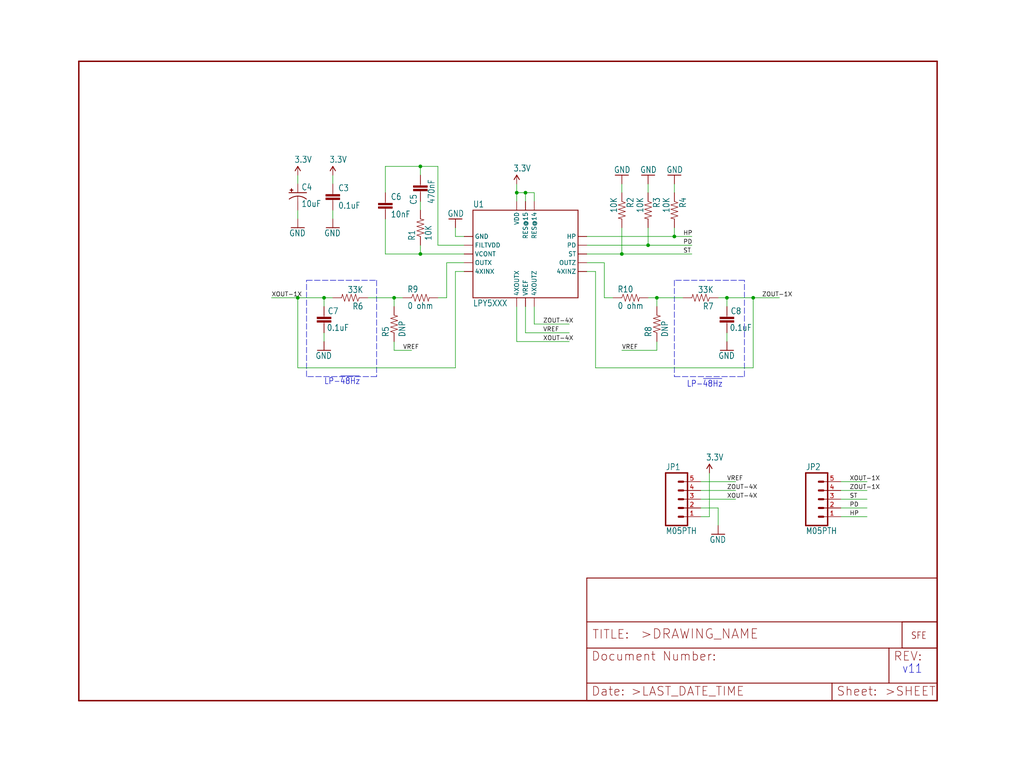
<source format=kicad_sch>
(kicad_sch (version 20211123) (generator eeschema)
  (paper "User" 297.002 223.926)
  (lib_symbols
    (symbol "eagleSchem-eagle-import:3.3V" (power)
      (property "Value" "3.3V" (at -1.016 3.556 0))
      (symbol "3.3V_1_0"
        (polyline (pts (xy 0 2.54) (xy -0.762 1.27)) (stroke (width 0.254)))
        (polyline (pts (xy 0.762 1.27) (xy 0 2.54)) (stroke (width 0.254)))
        (pin power_in line (at 0 0 90) (length 2.54) (name "3.3V") (number "1"))
      )
    )
    (symbol "eagleSchem-eagle-import:CAP0402-CAP"
      (property "Reference" "C" (at 1.524 2.921 0))
      (property "Value" "CAP0402-CAP" (at 1.524 -2.159 0))
      (symbol "CAP0402-CAP_1_0"
        (rectangle (start -2.032 0.508) (end 2.032 1.016) (fill (type outline)))
        (rectangle (start -2.032 1.524) (end 2.032 2.032) (fill (type outline)))
        (polyline (pts (xy 0 0) (xy 0 0.508)) (stroke (width 0.1524)))
        (polyline (pts (xy 0 2.54) (xy 0 2.032)) (stroke (width 0.1524)))
        (pin passive line (at 0 5.08 270) (length 2.54) (name "1") (number "1"))
        (pin passive line (at 0 -2.54 90) (length 2.54) (name "2") (number "2"))
      )
    )
    (symbol "eagleSchem-eagle-import:CAP_POL1206"
      (property "Reference" "C" (at 1.016 0.635 0))
      (property "Value" "CAP_POL1206" (at 1.016 -4.191 0))
      (symbol "CAP_POL1206_1_0"
        (rectangle (start -2.253 0.668) (end -1.364 0.795) (fill (type outline)))
        (rectangle (start -1.872 0.287) (end -1.745 1.176) (fill (type outline)))
        (arc (start 0 -1.0161) (mid -1.3021 -1.2302) (end -2.4669 -1.8504) (stroke (width 0.254)))
        (polyline (pts (xy -2.54 0) (xy 2.54 0)) (stroke (width 0.254)))
        (polyline (pts (xy 0 -1.016) (xy 0 -2.54)) (stroke (width 0.1524)))
        (arc (start 2.4892 -1.8542) (mid 1.3158 -1.2195) (end 0 -1) (stroke (width 0.254)))
        (pin passive line (at 0 2.54 270) (length 2.54) (name "+") (number "A"))
        (pin passive line (at 0 -5.08 90) (length 2.54) (name "-") (number "C"))
      )
    )
    (symbol "eagleSchem-eagle-import:FRAME-LETTER"
      (symbol "FRAME-LETTER_1_0"
        (polyline (pts (xy 0 0) (xy 248.92 0)) (stroke (width 0.4064)))
        (polyline (pts (xy 0 185.42) (xy 0 0)) (stroke (width 0.4064)))
        (polyline (pts (xy 0 185.42) (xy 248.92 185.42)) (stroke (width 0.4064)))
        (polyline (pts (xy 248.92 185.42) (xy 248.92 0)) (stroke (width 0.4064)))
      )
      (symbol "FRAME-LETTER_2_0"
        (polyline (pts (xy 0 0) (xy 0 5.08)) (stroke (width 0.254)))
        (polyline (pts (xy 0 0) (xy 71.12 0)) (stroke (width 0.254)))
        (polyline (pts (xy 0 5.08) (xy 0 15.24)) (stroke (width 0.254)))
        (polyline (pts (xy 0 5.08) (xy 71.12 5.08)) (stroke (width 0.254)))
        (polyline (pts (xy 0 15.24) (xy 0 22.86)) (stroke (width 0.254)))
        (polyline (pts (xy 0 22.86) (xy 0 35.56)) (stroke (width 0.254)))
        (polyline (pts (xy 0 22.86) (xy 101.6 22.86)) (stroke (width 0.254)))
        (polyline (pts (xy 71.12 0) (xy 101.6 0)) (stroke (width 0.254)))
        (polyline (pts (xy 71.12 5.08) (xy 71.12 0)) (stroke (width 0.254)))
        (polyline (pts (xy 71.12 5.08) (xy 87.63 5.08)) (stroke (width 0.254)))
        (polyline (pts (xy 87.63 5.08) (xy 101.6 5.08)) (stroke (width 0.254)))
        (polyline (pts (xy 87.63 15.24) (xy 0 15.24)) (stroke (width 0.254)))
        (polyline (pts (xy 87.63 15.24) (xy 87.63 5.08)) (stroke (width 0.254)))
        (polyline (pts (xy 101.6 5.08) (xy 101.6 0)) (stroke (width 0.254)))
        (polyline (pts (xy 101.6 15.24) (xy 87.63 15.24)) (stroke (width 0.254)))
        (polyline (pts (xy 101.6 15.24) (xy 101.6 5.08)) (stroke (width 0.254)))
        (polyline (pts (xy 101.6 22.86) (xy 101.6 15.24)) (stroke (width 0.254)))
        (polyline (pts (xy 101.6 35.56) (xy 0 35.56)) (stroke (width 0.254)))
        (polyline (pts (xy 101.6 35.56) (xy 101.6 22.86)) (stroke (width 0.254)))
        (text ">DRAWING_NAME" (at 15.494 17.78 0) (effects (font (size 2.7432 2.7432)) (justify left bottom)))
        (text ">LAST_DATE_TIME" (at 12.7 1.27 0) (effects (font (size 2.54 2.54)) (justify left bottom)))
        (text ">SHEET" (at 86.36 1.27 0) (effects (font (size 2.54 2.54)) (justify left bottom)))
        (text "Date:" (at 1.27 1.27 0) (effects (font (size 2.54 2.54)) (justify left bottom)))
        (text "Document Number:" (at 1.27 11.43 0) (effects (font (size 2.54 2.54)) (justify left bottom)))
        (text "REV:" (at 88.9 11.43 0) (effects (font (size 2.54 2.54)) (justify left bottom)))
        (text "Sheet:" (at 72.39 1.27 0) (effects (font (size 2.54 2.54)) (justify left bottom)))
        (text "TITLE:" (at 1.524 17.78 0) (effects (font (size 2.54 2.54)) (justify left bottom)))
      )
    )
    (symbol "eagleSchem-eagle-import:GND" (power)
      (property "Value" "GND" (at -2.54 -2.54 0))
      (symbol "GND_1_0"
        (polyline (pts (xy -1.905 0) (xy 1.905 0)) (stroke (width 0.254)))
        (pin power_in line (at 0 2.54 270) (length 2.54) (name "GND") (number "1"))
      )
    )
    (symbol "eagleSchem-eagle-import:LOGO-SFESK"
      (symbol "LOGO-SFESK_1_0"
        (polyline (pts (xy -2.54 -2.54) (xy 7.62 -2.54)) (stroke (width 0.254)))
        (polyline (pts (xy -2.54 5.08) (xy -2.54 -2.54)) (stroke (width 0.254)))
        (polyline (pts (xy 7.62 -2.54) (xy 7.62 5.08)) (stroke (width 0.254)))
        (polyline (pts (xy 7.62 5.08) (xy -2.54 5.08)) (stroke (width 0.254)))
        (text "SFE" (at 0 0 0) (effects (font (size 1.9304 1.6408)) (justify left bottom)))
      )
    )
    (symbol "eagleSchem-eagle-import:M05PTH"
      (property "Reference" "JP" (at -2.54 8.382 0))
      (property "Value" "M05PTH" (at -2.54 -10.16 0))
      (symbol "M05PTH_1_0"
        (polyline (pts (xy -2.54 7.62) (xy -2.54 -7.62)) (stroke (width 0.4064)))
        (polyline (pts (xy -2.54 7.62) (xy 3.81 7.62)) (stroke (width 0.4064)))
        (polyline (pts (xy 1.27 -5.08) (xy 2.54 -5.08)) (stroke (width 0.6096)))
        (polyline (pts (xy 1.27 -2.54) (xy 2.54 -2.54)) (stroke (width 0.6096)))
        (polyline (pts (xy 1.27 0) (xy 2.54 0)) (stroke (width 0.6096)))
        (polyline (pts (xy 1.27 2.54) (xy 2.54 2.54)) (stroke (width 0.6096)))
        (polyline (pts (xy 1.27 5.08) (xy 2.54 5.08)) (stroke (width 0.6096)))
        (polyline (pts (xy 3.81 -7.62) (xy -2.54 -7.62)) (stroke (width 0.4064)))
        (polyline (pts (xy 3.81 -7.62) (xy 3.81 7.62)) (stroke (width 0.4064)))
        (pin passive line (at 7.62 -5.08 180) (length 5.08) (name "1") (number "1"))
        (pin passive line (at 7.62 -2.54 180) (length 5.08) (name "2") (number "2"))
        (pin passive line (at 7.62 0 180) (length 5.08) (name "3") (number "3"))
        (pin passive line (at 7.62 2.54 180) (length 5.08) (name "4") (number "4"))
        (pin passive line (at 7.62 5.08 180) (length 5.08) (name "5") (number "5"))
      )
    )
    (symbol "eagleSchem-eagle-import:RESISTOR0402-RES"
      (property "Reference" "R" (at -3.81 1.4986 0))
      (property "Value" "RESISTOR0402-RES" (at -3.81 -3.302 0))
      (symbol "RESISTOR0402-RES_1_0"
        (polyline (pts (xy -2.54 0) (xy -2.159 1.016)) (stroke (width 0.1524)))
        (polyline (pts (xy -2.159 1.016) (xy -1.524 -1.016)) (stroke (width 0.1524)))
        (polyline (pts (xy -1.524 -1.016) (xy -0.889 1.016)) (stroke (width 0.1524)))
        (polyline (pts (xy -0.889 1.016) (xy -0.254 -1.016)) (stroke (width 0.1524)))
        (polyline (pts (xy -0.254 -1.016) (xy 0.381 1.016)) (stroke (width 0.1524)))
        (polyline (pts (xy 0.381 1.016) (xy 1.016 -1.016)) (stroke (width 0.1524)))
        (polyline (pts (xy 1.016 -1.016) (xy 1.651 1.016)) (stroke (width 0.1524)))
        (polyline (pts (xy 1.651 1.016) (xy 2.286 -1.016)) (stroke (width 0.1524)))
        (polyline (pts (xy 2.286 -1.016) (xy 2.54 0)) (stroke (width 0.1524)))
        (pin passive line (at -5.08 0 0) (length 2.54) (name "1") (number "1"))
        (pin passive line (at 5.08 0 180) (length 2.54) (name "2") (number "2"))
      )
    )
    (symbol "eagleSchem-eagle-import:ST-GYRO-PYSMD"
      (property "Value" "ST-GYRO-PYSMD" (at -15.24 -15.24 0))
      (symbol "ST-GYRO-PYSMD_1_0"
        (polyline (pts (xy -15.24 -12.7) (xy -15.24 12.7)) (stroke (width 0.254)))
        (polyline (pts (xy -15.24 12.7) (xy 15.24 12.7)) (stroke (width 0.254)))
        (polyline (pts (xy 15.24 -12.7) (xy -15.24 -12.7)) (stroke (width 0.254)))
        (polyline (pts (xy 15.24 12.7) (xy 15.24 -12.7)) (stroke (width 0.254)))
        (pin bidirectional line (at -17.78 5.08 0) (length 2.54) (name "GND") (number "1"))
        (pin bidirectional line (at 17.78 -2.54 180) (length 2.54) (name "OUTZ") (number "10"))
        (pin bidirectional line (at 17.78 0 180) (length 2.54) (name "ST") (number "11"))
        (pin bidirectional line (at 17.78 2.54 180) (length 2.54) (name "PD") (number "12"))
        (pin bidirectional line (at 17.78 5.08 180) (length 2.54) (name "HP") (number "13"))
        (pin bidirectional line (at 2.54 15.24 270) (length 2.54) (name "RES@14") (number "14"))
        (pin bidirectional line (at 0 15.24 270) (length 2.54) (name "RES@15") (number "15"))
        (pin bidirectional line (at -2.54 15.24 270) (length 2.54) (name "VDD") (number "16"))
        (pin bidirectional line (at -17.78 2.54 0) (length 2.54) (name "FILTVDD") (number "2"))
        (pin bidirectional line (at -17.78 0 0) (length 2.54) (name "VCONT") (number "3"))
        (pin bidirectional line (at -17.78 -2.54 0) (length 2.54) (name "OUTX") (number "4"))
        (pin bidirectional line (at -17.78 -5.08 0) (length 2.54) (name "4XINX") (number "5"))
        (pin bidirectional line (at -2.54 -15.24 90) (length 2.54) (name "4XOUTX") (number "6"))
        (pin bidirectional line (at 0 -15.24 90) (length 2.54) (name "VREF") (number "7"))
        (pin bidirectional line (at 2.54 -15.24 90) (length 2.54) (name "4XOUTZ") (number "8"))
        (pin bidirectional line (at 17.78 -5.08 180) (length 2.54) (name "4XINZ") (number "9"))
      )
    )
  )
  (junction (at 86.36 86.36))
  (junction (at 180.34 73.66))
  (junction (at 114.3 86.36))
  (junction (at 218.44 86.36))
  (junction (at 121.92 73.66))
  (junction (at 93.98 86.36))
  (junction (at 121.92 48.26))
  (junction (at 187.96 71.12))
  (junction (at 190.5 86.36))
  (junction (at 195.58 68.58))
  (junction (at 210.82 86.36))
  (junction (at 149.86 55.88))
  (junction (at 152.4 55.88))
  (wire (pts (xy 121.92 48.26) (xy 127 48.26)))
  (wire (pts (xy 203.2 147.32) (xy 208.28 147.32)))
  (wire (pts (xy 190.5 101.6) (xy 180.34 101.6)))
  (wire (pts (xy 218.44 106.68) (xy 218.44 86.36)))
  (polyline (pts (xy 109.22 81.28) (xy 109.22 109.22)))
  (wire (pts (xy 208.28 147.32) (xy 208.28 152.4)))
  (wire (pts (xy 93.98 86.36) (xy 93.98 88.9)))
  (wire (pts (xy 187.96 71.12) (xy 187.96 66.04)))
  (wire (pts (xy 210.82 86.36) (xy 218.44 86.36)))
  (wire (pts (xy 218.44 86.36) (xy 226.06 86.36)))
  (wire (pts (xy 134.62 78.74) (xy 132.08 78.74)))
  (wire (pts (xy 195.58 68.58) (xy 200.66 68.58)))
  (wire (pts (xy 187.96 71.12) (xy 200.66 71.12)))
  (wire (pts (xy 152.4 96.52) (xy 165.1 96.52)))
  (wire (pts (xy 127 71.12) (xy 127 48.26)))
  (wire (pts (xy 172.72 78.74) (xy 172.72 106.68)))
  (wire (pts (xy 180.34 53.34) (xy 180.34 55.88)))
  (wire (pts (xy 205.74 149.86) (xy 205.74 137.16)))
  (wire (pts (xy 111.76 55.88) (xy 111.76 48.26)))
  (wire (pts (xy 86.36 53.34) (xy 86.36 50.8)))
  (wire (pts (xy 149.86 53.34) (xy 149.86 55.88)))
  (wire (pts (xy 86.36 106.68) (xy 86.36 86.36)))
  (wire (pts (xy 121.92 73.66) (xy 111.76 73.66)))
  (wire (pts (xy 210.82 86.36) (xy 210.82 88.9)))
  (wire (pts (xy 243.84 147.32) (xy 251.46 147.32)))
  (wire (pts (xy 172.72 106.68) (xy 218.44 106.68)))
  (wire (pts (xy 243.84 142.24) (xy 251.46 142.24)))
  (wire (pts (xy 96.52 63.5) (xy 96.52 60.96)))
  (wire (pts (xy 116.84 86.36) (xy 114.3 86.36)))
  (wire (pts (xy 114.3 99.06) (xy 114.3 101.6)))
  (polyline (pts (xy 88.9 81.28) (xy 109.22 81.28)))
  (wire (pts (xy 111.76 48.26) (xy 121.92 48.26)))
  (wire (pts (xy 114.3 88.9) (xy 114.3 86.36)))
  (wire (pts (xy 180.34 73.66) (xy 200.66 73.66)))
  (wire (pts (xy 154.94 93.98) (xy 165.1 93.98)))
  (wire (pts (xy 154.94 55.88) (xy 152.4 55.88)))
  (wire (pts (xy 243.84 144.78) (xy 251.46 144.78)))
  (wire (pts (xy 243.84 149.86) (xy 251.46 149.86)))
  (wire (pts (xy 93.98 99.06) (xy 93.98 96.52)))
  (wire (pts (xy 170.18 71.12) (xy 187.96 71.12)))
  (wire (pts (xy 86.36 60.96) (xy 86.36 63.5)))
  (polyline (pts (xy 195.58 109.22) (xy 215.9 109.22)))
  (polyline (pts (xy 109.22 109.22) (xy 88.9 109.22)))
  (polyline (pts (xy 195.58 81.28) (xy 195.58 109.22)))
  (wire (pts (xy 154.94 58.42) (xy 154.94 55.88)))
  (wire (pts (xy 195.58 53.34) (xy 195.58 55.88)))
  (wire (pts (xy 187.96 86.36) (xy 190.5 86.36)))
  (wire (pts (xy 132.08 78.74) (xy 132.08 106.68)))
  (wire (pts (xy 132.08 106.68) (xy 86.36 106.68)))
  (wire (pts (xy 134.62 71.12) (xy 127 71.12)))
  (wire (pts (xy 96.52 50.8) (xy 96.52 53.34)))
  (wire (pts (xy 210.82 99.06) (xy 210.82 96.52)))
  (wire (pts (xy 175.26 76.2) (xy 175.26 86.36)))
  (wire (pts (xy 129.54 86.36) (xy 127 86.36)))
  (wire (pts (xy 203.2 144.78) (xy 213.36 144.78)))
  (wire (pts (xy 190.5 86.36) (xy 198.12 86.36)))
  (wire (pts (xy 152.4 88.9) (xy 152.4 96.52)))
  (wire (pts (xy 243.84 139.7) (xy 251.46 139.7)))
  (wire (pts (xy 111.76 63.5) (xy 111.76 73.66)))
  (wire (pts (xy 121.92 71.12) (xy 121.92 73.66)))
  (wire (pts (xy 129.54 76.2) (xy 129.54 86.36)))
  (wire (pts (xy 149.86 88.9) (xy 149.86 99.06)))
  (wire (pts (xy 121.92 50.8) (xy 121.92 48.26)))
  (wire (pts (xy 96.52 86.36) (xy 93.98 86.36)))
  (wire (pts (xy 152.4 58.42) (xy 152.4 55.88)))
  (polyline (pts (xy 88.9 109.22) (xy 88.9 81.28)))
  (wire (pts (xy 195.58 68.58) (xy 195.58 66.04)))
  (wire (pts (xy 134.62 68.58) (xy 132.08 68.58)))
  (wire (pts (xy 208.28 86.36) (xy 210.82 86.36)))
  (wire (pts (xy 114.3 101.6) (xy 119.38 101.6)))
  (wire (pts (xy 149.86 99.06) (xy 165.1 99.06)))
  (wire (pts (xy 114.3 86.36) (xy 106.68 86.36)))
  (wire (pts (xy 213.36 139.7) (xy 203.2 139.7)))
  (wire (pts (xy 132.08 68.58) (xy 132.08 66.04)))
  (wire (pts (xy 152.4 55.88) (xy 149.86 55.88)))
  (wire (pts (xy 187.96 53.34) (xy 187.96 55.88)))
  (wire (pts (xy 134.62 73.66) (xy 121.92 73.66)))
  (wire (pts (xy 190.5 99.06) (xy 190.5 101.6)))
  (wire (pts (xy 170.18 68.58) (xy 195.58 68.58)))
  (wire (pts (xy 154.94 88.9) (xy 154.94 93.98)))
  (wire (pts (xy 93.98 86.36) (xy 86.36 86.36)))
  (wire (pts (xy 170.18 73.66) (xy 180.34 73.66)))
  (wire (pts (xy 203.2 142.24) (xy 213.36 142.24)))
  (wire (pts (xy 134.62 76.2) (xy 129.54 76.2)))
  (wire (pts (xy 121.92 60.96) (xy 121.92 58.42)))
  (wire (pts (xy 180.34 73.66) (xy 180.34 66.04)))
  (wire (pts (xy 170.18 78.74) (xy 172.72 78.74)))
  (polyline (pts (xy 215.9 109.22) (xy 215.9 81.28)))
  (wire (pts (xy 86.36 86.36) (xy 78.74 86.36)))
  (wire (pts (xy 149.86 55.88) (xy 149.86 58.42)))
  (wire (pts (xy 175.26 86.36) (xy 177.8 86.36)))
  (polyline (pts (xy 215.9 81.28) (xy 195.58 81.28)))
  (wire (pts (xy 170.18 76.2) (xy 175.26 76.2)))
  (wire (pts (xy 203.2 149.86) (xy 205.74 149.86)))
  (wire (pts (xy 190.5 88.9) (xy 190.5 86.36)))
  (text "v11" (at 261.62 195.58 180) (effects (font (size 2.54 2.159)) (justify left bottom)))
  (text "LP-~{48Hz}" (at 93.98 111.76 180) (effects (font (size 1.778 1.5113)) (justify left bottom)))
  (text "LP-~{48Hz}" (at 199.136 112.522 180) (effects (font (size 1.778 1.5113)) (justify left bottom)))
  (label "XOUT-4X" (at 210.82 144.78 0) (effects (font (size 1.2446 1.2446))))
  (label "ZOUT-1X" (at 220.98 86.36 0) (effects (font (size 1.2446 1.2446))))
  (label "PD" (at 246.38 147.32 0) (effects (font (size 1.2446 1.2446))))
  (label "VREF" (at 157.48 96.52 0) (effects (font (size 1.2446 1.2446))))
  (label "PD" (at 198.12 71.12 0) (effects (font (size 1.2446 1.2446))))
  (label "HP" (at 198.12 68.58 0) (effects (font (size 1.2446 1.2446))))
  (label "ZOUT-4X" (at 210.82 142.24 0) (effects (font (size 1.2446 1.2446))))
  (label "XOUT-1X" (at 246.38 139.7 0) (effects (font (size 1.2446 1.2446))))
  (label "XOUT-1X" (at 78.74 86.36 0) (effects (font (size 1.2446 1.2446))))
  (label "ST" (at 198.12 73.66 0) (effects (font (size 1.2446 1.2446))))
  (label "VREF" (at 180.34 101.6 0) (effects (font (size 1.2446 1.2446))))
  (label "ZOUT-1X" (at 246.38 142.24 0) (effects (font (size 1.2446 1.2446))))
  (label "ZOUT-4X" (at 157.48 93.98 0) (effects (font (size 1.2446 1.2446))))
  (label "HP" (at 246.38 149.86 0) (effects (font (size 1.2446 1.2446))))
  (label "ST" (at 246.38 144.78 0) (effects (font (size 1.2446 1.2446))))
  (label "VREF" (at 116.84 101.6 0) (effects (font (size 1.2446 1.2446))))
  (label "XOUT-4X" (at 157.48 99.06 0) (effects (font (size 1.2446 1.2446))))
  (label "VREF" (at 210.82 139.7 0) (effects (font (size 1.2446 1.2446))))
  (symbol (lib_id "eagleSchem-eagle-import:GND") (at 208.28 154.94 0) (unit 1)
    (property "Reference" "#GND15" (effects hide))
    (property "Value" "GND" (at 205.74 157.48 0) (effects (font (size 1.778 1.5113)) (justify left bottom)))
    (property "Footprint" "eagleSchem:" (effects hide))
  )
  (symbol (lib_id "eagleSchem-eagle-import:ST-GYRO-PYSMD") (at 152.4 73.66 0) (unit 1)
    (property "Reference" "U1" (at 137.16 60.198 0) (effects (font (size 1.778 1.5113)) (justify left bottom)))
    (property "Value" "LPY5XXX" (at 137.16 88.9 0) (effects (font (size 1.778 1.5113)) (justify left bottom)))
    (property "Footprint" "eagleSchem:ST-GYRO" (effects hide))
  )
  (symbol (lib_id "eagleSchem-eagle-import:RESISTOR0402-RES") (at 114.3 93.98 90) (unit 1)
    (property "Reference" "R5" (at 112.8014 97.79 0) (effects (font (size 1.778 1.5113)) (justify left bottom)))
    (property "Value" "DNP" (at 117.602 97.79 0) (effects (font (size 1.778 1.5113)) (justify left bottom)))
    (property "Footprint" "eagleSchem:0402-RES" (effects hide))
  )
  (symbol (lib_id "eagleSchem-eagle-import:LOGO-SFESK") (at 264.16 185.42 0) (unit 1)
    (property "Reference" "U$1" (effects hide))
    (property "Value" "LOGO-SFESK" (effects hide))
    (property "Footprint" "eagleSchem:SFE-LOGO-FLAME" (effects hide))
  )
  (symbol (lib_id "eagleSchem-eagle-import:GND") (at 132.08 63.5 180) (unit 1)
    (property "Reference" "#GND1" (effects hide))
    (property "Value" "GND" (at 134.62 60.96 0) (effects (font (size 1.778 1.5113)) (justify left bottom)))
    (property "Footprint" "eagleSchem:" (effects hide))
  )
  (symbol (lib_id "eagleSchem-eagle-import:FRAME-LETTER") (at 22.86 203.2 0) (unit 1)
    (property "Reference" "#FRAME1" (effects hide))
    (property "Value" "FRAME-LETTER" (effects hide))
    (property "Footprint" "eagleSchem:" (effects hide))
  )
  (symbol (lib_id "eagleSchem-eagle-import:3.3V") (at 86.36 50.8 0) (unit 1)
    (property "Reference" "#P+4" (effects hide))
    (property "Value" "3.3V" (at 85.344 47.244 0) (effects (font (size 1.778 1.5113)) (justify left bottom)))
    (property "Footprint" "eagleSchem:" (effects hide))
  )
  (symbol (lib_id "eagleSchem-eagle-import:3.3V") (at 96.52 50.8 0) (unit 1)
    (property "Reference" "#P+3" (effects hide))
    (property "Value" "3.3V" (at 95.504 47.244 0) (effects (font (size 1.778 1.5113)) (justify left bottom)))
    (property "Footprint" "eagleSchem:" (effects hide))
  )
  (symbol (lib_id "eagleSchem-eagle-import:3.3V") (at 149.86 53.34 0) (unit 1)
    (property "Reference" "#P+1" (effects hide))
    (property "Value" "3.3V" (at 148.844 49.784 0) (effects (font (size 1.778 1.5113)) (justify left bottom)))
    (property "Footprint" "eagleSchem:" (effects hide))
  )
  (symbol (lib_id "eagleSchem-eagle-import:CAP0402-CAP") (at 96.52 58.42 0) (unit 1)
    (property "Reference" "C3" (at 98.044 55.499 0) (effects (font (size 1.778 1.5113)) (justify left bottom)))
    (property "Value" "0.1uF" (at 98.044 60.579 0) (effects (font (size 1.778 1.5113)) (justify left bottom)))
    (property "Footprint" "eagleSchem:0402-CAP" (effects hide))
  )
  (symbol (lib_id "eagleSchem-eagle-import:CAP0402-CAP") (at 210.82 91.44 180) (unit 1)
    (property "Reference" "C8" (at 211.836 91.186 0) (effects (font (size 1.778 1.5113)) (justify right top)))
    (property "Value" "0.1uF" (at 211.582 96.012 0) (effects (font (size 1.778 1.5113)) (justify right top)))
    (property "Footprint" "eagleSchem:0402-CAP" (effects hide))
  )
  (symbol (lib_id "eagleSchem-eagle-import:CAP0402-CAP") (at 121.92 55.88 0) (unit 1)
    (property "Reference" "C5" (at 120.904 59.436 90) (effects (font (size 1.778 1.5113)) (justify left bottom)))
    (property "Value" "470nF" (at 126.111 59.182 90) (effects (font (size 1.778 1.5113)) (justify left bottom)))
    (property "Footprint" "eagleSchem:0402-CAP" (effects hide))
  )
  (symbol (lib_id "eagleSchem-eagle-import:CAP_POL1206") (at 86.36 55.88 0) (unit 1)
    (property "Reference" "C4" (at 87.376 55.245 0) (effects (font (size 1.778 1.5113)) (justify left bottom)))
    (property "Value" "10uF" (at 87.376 60.071 0) (effects (font (size 1.778 1.5113)) (justify left bottom)))
    (property "Footprint" "eagleSchem:EIA3216" (effects hide))
  )
  (symbol (lib_id "eagleSchem-eagle-import:RESISTOR0402-RES") (at 187.96 60.96 270) (unit 1)
    (property "Reference" "R3" (at 189.4586 57.15 0) (effects (font (size 1.778 1.5113)) (justify left bottom)))
    (property "Value" "10K" (at 184.658 57.15 0) (effects (font (size 1.778 1.5113)) (justify left bottom)))
    (property "Footprint" "eagleSchem:0402-RES" (effects hide))
  )
  (symbol (lib_id "eagleSchem-eagle-import:GND") (at 187.96 50.8 180) (unit 1)
    (property "Reference" "#GND5" (effects hide))
    (property "Value" "GND" (at 190.5 48.26 0) (effects (font (size 1.778 1.5113)) (justify left bottom)))
    (property "Footprint" "eagleSchem:" (effects hide))
  )
  (symbol (lib_id "eagleSchem-eagle-import:RESISTOR0402-RES") (at 203.2 86.36 180) (unit 1)
    (property "Reference" "R7" (at 207.01 87.8586 0) (effects (font (size 1.778 1.5113)) (justify left bottom)))
    (property "Value" "33K" (at 207.01 83.058 0) (effects (font (size 1.778 1.5113)) (justify left bottom)))
    (property "Footprint" "eagleSchem:0402-RES" (effects hide))
  )
  (symbol (lib_id "eagleSchem-eagle-import:M05PTH") (at 195.58 144.78 0) (unit 1)
    (property "Reference" "JP1" (at 193.04 136.398 0) (effects (font (size 1.778 1.5113)) (justify left bottom)))
    (property "Value" "M05PTH" (at 193.04 154.94 0) (effects (font (size 1.778 1.5113)) (justify left bottom)))
    (property "Footprint" "eagleSchem:1X05" (effects hide))
  )
  (symbol (lib_id "eagleSchem-eagle-import:RESISTOR0402-RES") (at 101.6 86.36 180) (unit 1)
    (property "Reference" "R6" (at 105.41 87.8586 0) (effects (font (size 1.778 1.5113)) (justify left bottom)))
    (property "Value" "33K" (at 105.41 83.058 0) (effects (font (size 1.778 1.5113)) (justify left bottom)))
    (property "Footprint" "eagleSchem:0402-RES" (effects hide))
  )
  (symbol (lib_id "eagleSchem-eagle-import:GND") (at 93.98 101.6 0) (unit 1)
    (property "Reference" "#GND2" (effects hide))
    (property "Value" "GND" (at 91.44 104.14 0) (effects (font (size 1.778 1.5113)) (justify left bottom)))
    (property "Footprint" "eagleSchem:" (effects hide))
  )
  (symbol (lib_id "eagleSchem-eagle-import:CAP0402-CAP") (at 93.98 91.44 180) (unit 1)
    (property "Reference" "C7" (at 94.996 91.186 0) (effects (font (size 1.778 1.5113)) (justify right top)))
    (property "Value" "0.1uF" (at 94.742 96.012 0) (effects (font (size 1.778 1.5113)) (justify right top)))
    (property "Footprint" "eagleSchem:0402-CAP" (effects hide))
  )
  (symbol (lib_id "eagleSchem-eagle-import:FRAME-LETTER") (at 170.18 203.2 0) (unit 2)
    (property "Reference" "#FRAME1" (effects hide))
    (property "Value" "FRAME-LETTER" (effects hide))
    (property "Footprint" "eagleSchem:" (effects hide))
  )
  (symbol (lib_id "eagleSchem-eagle-import:M05PTH") (at 236.22 144.78 0) (unit 1)
    (property "Reference" "JP2" (at 233.68 136.398 0) (effects (font (size 1.778 1.5113)) (justify left bottom)))
    (property "Value" "M05PTH" (at 233.68 154.94 0) (effects (font (size 1.778 1.5113)) (justify left bottom)))
    (property "Footprint" "eagleSchem:1X05" (effects hide))
  )
  (symbol (lib_id "eagleSchem-eagle-import:GND") (at 195.58 50.8 180) (unit 1)
    (property "Reference" "#GND6" (effects hide))
    (property "Value" "GND" (at 198.12 48.26 0) (effects (font (size 1.778 1.5113)) (justify left bottom)))
    (property "Footprint" "eagleSchem:" (effects hide))
  )
  (symbol (lib_id "eagleSchem-eagle-import:RESISTOR0402-RES") (at 190.5 93.98 90) (unit 1)
    (property "Reference" "R8" (at 189.0014 97.79 0) (effects (font (size 1.778 1.5113)) (justify left bottom)))
    (property "Value" "DNP" (at 193.802 97.79 0) (effects (font (size 1.778 1.5113)) (justify left bottom)))
    (property "Footprint" "eagleSchem:0402-RES" (effects hide))
  )
  (symbol (lib_id "eagleSchem-eagle-import:GND") (at 86.36 66.04 0) (unit 1)
    (property "Reference" "#GND7" (effects hide))
    (property "Value" "GND" (at 83.82 68.58 0) (effects (font (size 1.778 1.5113)) (justify left bottom)))
    (property "Footprint" "eagleSchem:" (effects hide))
  )
  (symbol (lib_id "eagleSchem-eagle-import:GND") (at 180.34 50.8 180) (unit 1)
    (property "Reference" "#GND4" (effects hide))
    (property "Value" "GND" (at 182.88 48.26 0) (effects (font (size 1.778 1.5113)) (justify left bottom)))
    (property "Footprint" "eagleSchem:" (effects hide))
  )
  (symbol (lib_id "eagleSchem-eagle-import:GND") (at 210.82 101.6 0) (unit 1)
    (property "Reference" "#GND9" (effects hide))
    (property "Value" "GND" (at 208.28 104.14 0) (effects (font (size 1.778 1.5113)) (justify left bottom)))
    (property "Footprint" "eagleSchem:" (effects hide))
  )
  (symbol (lib_id "eagleSchem-eagle-import:CAP0402-CAP") (at 111.76 60.96 0) (unit 1)
    (property "Reference" "C6" (at 113.284 58.039 0) (effects (font (size 1.778 1.5113)) (justify left bottom)))
    (property "Value" "10nF" (at 113.284 63.119 0) (effects (font (size 1.778 1.5113)) (justify left bottom)))
    (property "Footprint" "eagleSchem:0402-CAP" (effects hide))
  )
  (symbol (lib_id "eagleSchem-eagle-import:RESISTOR0402-RES") (at 121.92 86.36 0) (unit 1)
    (property "Reference" "R9" (at 118.11 84.8614 0) (effects (font (size 1.778 1.5113)) (justify left bottom)))
    (property "Value" "0 ohm" (at 118.11 89.662 0) (effects (font (size 1.778 1.5113)) (justify left bottom)))
    (property "Footprint" "eagleSchem:0402-RES" (effects hide))
  )
  (symbol (lib_id "eagleSchem-eagle-import:RESISTOR0402-RES") (at 180.34 60.96 270) (unit 1)
    (property "Reference" "R2" (at 181.8386 57.15 0) (effects (font (size 1.778 1.5113)) (justify left bottom)))
    (property "Value" "10K" (at 177.038 57.15 0) (effects (font (size 1.778 1.5113)) (justify left bottom)))
    (property "Footprint" "eagleSchem:0402-RES" (effects hide))
  )
  (symbol (lib_id "eagleSchem-eagle-import:3.3V") (at 205.74 137.16 0) (unit 1)
    (property "Reference" "#P+9" (effects hide))
    (property "Value" "3.3V" (at 204.724 133.604 0) (effects (font (size 1.778 1.5113)) (justify left bottom)))
    (property "Footprint" "eagleSchem:" (effects hide))
  )
  (symbol (lib_id "eagleSchem-eagle-import:RESISTOR0402-RES") (at 182.88 86.36 0) (unit 1)
    (property "Reference" "R10" (at 179.07 84.8614 0) (effects (font (size 1.778 1.5113)) (justify left bottom)))
    (property "Value" "0 ohm" (at 179.07 89.662 0) (effects (font (size 1.778 1.5113)) (justify left bottom)))
    (property "Footprint" "eagleSchem:0402-RES" (effects hide))
  )
  (symbol (lib_id "eagleSchem-eagle-import:GND") (at 96.52 66.04 0) (unit 1)
    (property "Reference" "#GND8" (effects hide))
    (property "Value" "GND" (at 93.98 68.58 0) (effects (font (size 1.778 1.5113)) (justify left bottom)))
    (property "Footprint" "eagleSchem:" (effects hide))
  )
  (symbol (lib_id "eagleSchem-eagle-import:RESISTOR0402-RES") (at 121.92 66.04 90) (unit 1)
    (property "Reference" "R1" (at 120.4214 69.85 0) (effects (font (size 1.778 1.5113)) (justify left bottom)))
    (property "Value" "10K" (at 125.222 69.85 0) (effects (font (size 1.778 1.5113)) (justify left bottom)))
    (property "Footprint" "eagleSchem:0402-RES" (effects hide))
  )
  (symbol (lib_id "eagleSchem-eagle-import:RESISTOR0402-RES") (at 195.58 60.96 270) (unit 1)
    (property "Reference" "R4" (at 197.0786 57.15 0) (effects (font (size 1.778 1.5113)) (justify left bottom)))
    (property "Value" "10K" (at 192.278 57.15 0) (effects (font (size 1.778 1.5113)) (justify left bottom)))
    (property "Footprint" "eagleSchem:0402-RES" (effects hide))
  )
)
</source>
